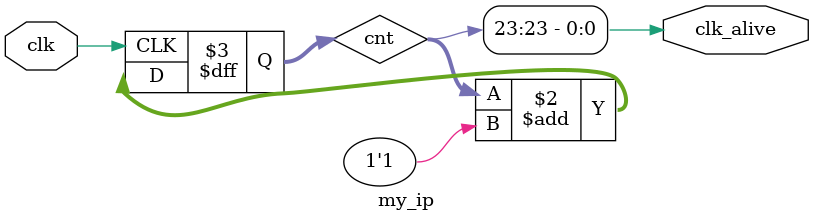
<source format=v>
module my_ip(
   input clk,
   output clk_alive
);

   reg [23:0] cnt;

   always @(posedge clk) begin
      cnt <= cnt + 1'b1;
   end

   assign clk_alive = cnt[23];

endmodule
</source>
